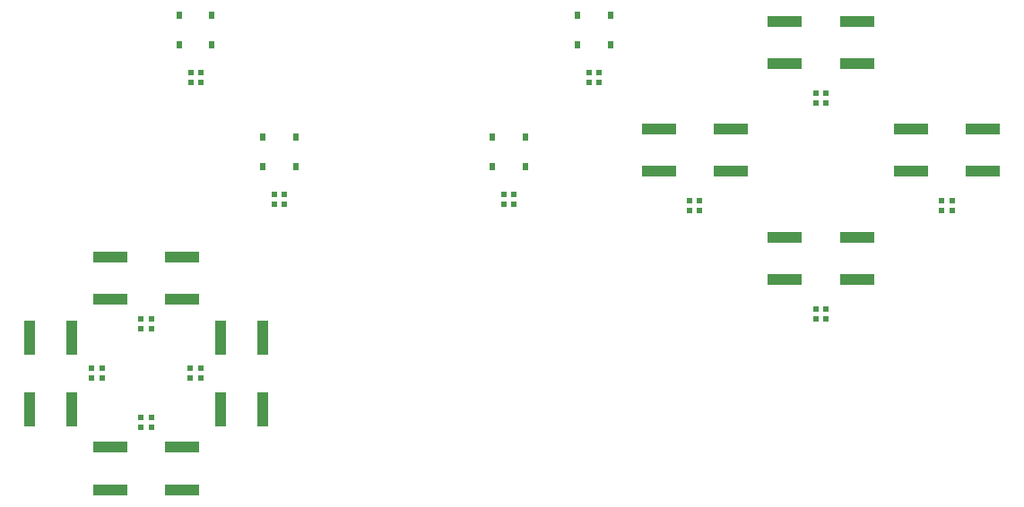
<source format=gbr>
G04 #@! TF.GenerationSoftware,KiCad,Pcbnew,7.0.6*
G04 #@! TF.CreationDate,2023-09-27T17:44:09-07:00*
G04 #@! TF.ProjectId,procon_tactile_button_board,70726f63-6f6e-45f7-9461-6374696c655f,rev?*
G04 #@! TF.SameCoordinates,Original*
G04 #@! TF.FileFunction,Paste,Top*
G04 #@! TF.FilePolarity,Positive*
%FSLAX46Y46*%
G04 Gerber Fmt 4.6, Leading zero omitted, Abs format (unit mm)*
G04 Created by KiCad (PCBNEW 7.0.6) date 2023-09-27 17:44:09*
%MOMM*%
%LPD*%
G01*
G04 APERTURE LIST*
%ADD10R,0.600000X0.650000*%
%ADD11R,0.550000X0.550000*%
%ADD12R,3.200000X1.000000*%
%ADD13R,1.000000X3.200000*%
G04 APERTURE END LIST*
D10*
X160198000Y-116611000D03*
X163298000Y-116611000D03*
X160198000Y-119361000D03*
X163298000Y-119361000D03*
X130498000Y-128111000D03*
X133598000Y-128111000D03*
X130498000Y-130861000D03*
X133598000Y-130861000D03*
D11*
X131573000Y-134461000D03*
X132523000Y-134461000D03*
X132523000Y-133511000D03*
X131573000Y-133511000D03*
D10*
X122598000Y-116611000D03*
X125698000Y-116611000D03*
X122598000Y-119361000D03*
X125698000Y-119361000D03*
D11*
X119003000Y-146246000D03*
X119953000Y-146246000D03*
X119953000Y-145296000D03*
X119003000Y-145296000D03*
X119003000Y-155546000D03*
X119953000Y-155546000D03*
X119953000Y-154596000D03*
X119003000Y-154596000D03*
X182703000Y-145271000D03*
X183653000Y-145271000D03*
X183653000Y-144321000D03*
X182703000Y-144321000D03*
X123673000Y-122961000D03*
X124623000Y-122961000D03*
X124623000Y-122011000D03*
X123673000Y-122011000D03*
X170803000Y-135071000D03*
X171753000Y-135071000D03*
X171753000Y-134121000D03*
X170803000Y-134121000D03*
D12*
X122878000Y-157421000D03*
X116078000Y-157421000D03*
X122878000Y-161421000D03*
X116078000Y-161421000D03*
D11*
X114353000Y-150896000D03*
X115303000Y-150896000D03*
X115303000Y-149946000D03*
X114353000Y-149946000D03*
X123653000Y-150896000D03*
X124603000Y-150896000D03*
X124603000Y-149946000D03*
X123653000Y-149946000D03*
X194603000Y-135071000D03*
X195553000Y-135071000D03*
X195553000Y-134121000D03*
X194603000Y-134121000D03*
X153223000Y-134461000D03*
X154173000Y-134461000D03*
X154173000Y-133511000D03*
X153223000Y-133511000D03*
D12*
X167878000Y-131346000D03*
X174678000Y-131346000D03*
X167878000Y-127346000D03*
X174678000Y-127346000D03*
D11*
X182703000Y-124871000D03*
X183653000Y-124871000D03*
X183653000Y-123921000D03*
X182703000Y-123921000D03*
D12*
X191678000Y-131346000D03*
X198478000Y-131346000D03*
X191678000Y-127346000D03*
X198478000Y-127346000D03*
X179778000Y-141546000D03*
X186578000Y-141546000D03*
X179778000Y-137546000D03*
X186578000Y-137546000D03*
D10*
X152148000Y-128111000D03*
X155248000Y-128111000D03*
X152148000Y-130861000D03*
X155248000Y-130861000D03*
D11*
X161273000Y-122961000D03*
X162223000Y-122961000D03*
X162223000Y-122011000D03*
X161273000Y-122011000D03*
D13*
X112478000Y-153821000D03*
X112478000Y-147021000D03*
X108478000Y-153821000D03*
X108478000Y-147021000D03*
D12*
X179778000Y-121146000D03*
X186578000Y-121146000D03*
X179778000Y-117146000D03*
X186578000Y-117146000D03*
D13*
X126478000Y-147021000D03*
X126478000Y-153821000D03*
X130478000Y-147021000D03*
X130478000Y-153821000D03*
D12*
X116078000Y-143421000D03*
X122878000Y-143421000D03*
X116078000Y-139421000D03*
X122878000Y-139421000D03*
M02*

</source>
